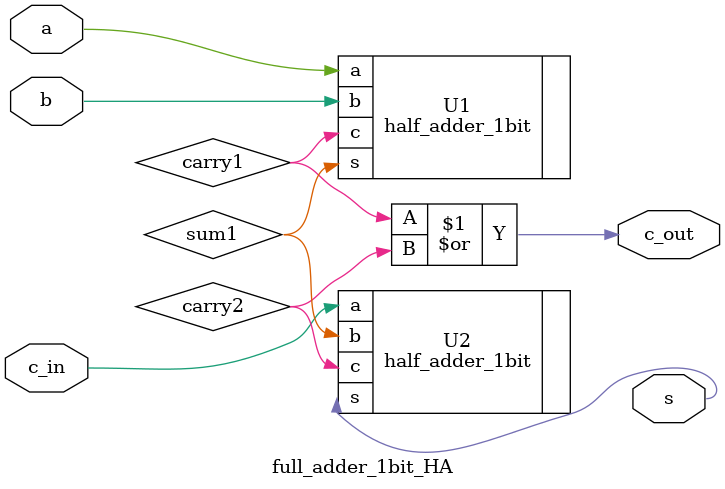
<source format=v>
module full_adder_1bit_HA(
    input a,b,c_in,
    output s,c_out
    );
    
    wire sum1, carry1, carry2;
    
    half_adder_1bit U1(.a(a),.b(b),.s(sum1),.c(carry1));
    half_adder_1bit U2(.a(c_in),.b(sum1),.s(s),.c(carry2));
    assign c_out = carry1|carry2;
    
endmodule
</source>
